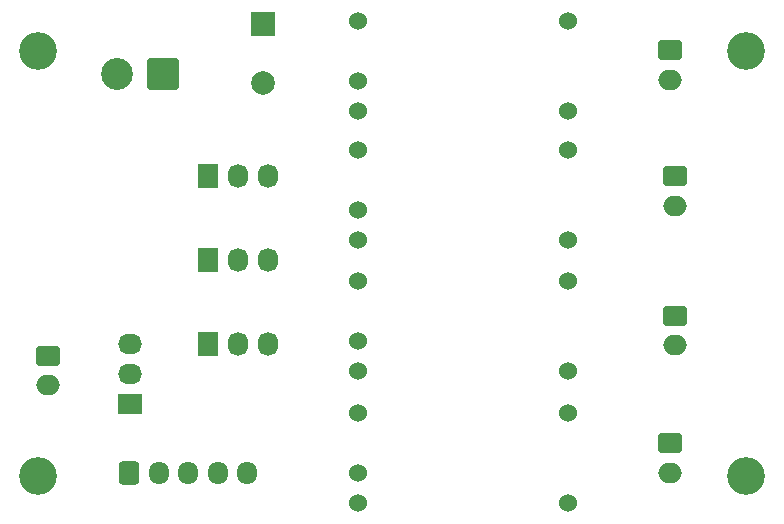
<source format=gbr>
%TF.GenerationSoftware,KiCad,Pcbnew,8.0.4*%
%TF.CreationDate,2024-12-13T14:18:57+03:00*%
%TF.ProjectId,Fara_controller,46617261-5f63-46f6-9e74-726f6c6c6572,rev?*%
%TF.SameCoordinates,Original*%
%TF.FileFunction,Soldermask,Bot*%
%TF.FilePolarity,Negative*%
%FSLAX46Y46*%
G04 Gerber Fmt 4.6, Leading zero omitted, Abs format (unit mm)*
G04 Created by KiCad (PCBNEW 8.0.4) date 2024-12-13 14:18:57*
%MOMM*%
%LPD*%
G01*
G04 APERTURE LIST*
G04 Aperture macros list*
%AMRoundRect*
0 Rectangle with rounded corners*
0 $1 Rounding radius*
0 $2 $3 $4 $5 $6 $7 $8 $9 X,Y pos of 4 corners*
0 Add a 4 corners polygon primitive as box body*
4,1,4,$2,$3,$4,$5,$6,$7,$8,$9,$2,$3,0*
0 Add four circle primitives for the rounded corners*
1,1,$1+$1,$2,$3*
1,1,$1+$1,$4,$5*
1,1,$1+$1,$6,$7*
1,1,$1+$1,$8,$9*
0 Add four rect primitives between the rounded corners*
20,1,$1+$1,$2,$3,$4,$5,0*
20,1,$1+$1,$4,$5,$6,$7,0*
20,1,$1+$1,$6,$7,$8,$9,0*
20,1,$1+$1,$8,$9,$2,$3,0*%
G04 Aperture macros list end*
%ADD10C,1.524000*%
%ADD11R,1.730000X2.030000*%
%ADD12O,1.730000X2.030000*%
%ADD13C,3.200000*%
%ADD14O,1.700000X1.950000*%
%ADD15RoundRect,0.250000X-0.600000X-0.725000X0.600000X-0.725000X0.600000X0.725000X-0.600000X0.725000X0*%
%ADD16RoundRect,0.250000X-0.750000X0.600000X-0.750000X-0.600000X0.750000X-0.600000X0.750000X0.600000X0*%
%ADD17O,2.000000X1.700000*%
%ADD18RoundRect,0.250001X1.099999X1.099999X-1.099999X1.099999X-1.099999X-1.099999X1.099999X-1.099999X0*%
%ADD19C,2.700000*%
%ADD20R,2.000000X2.000000*%
%ADD21C,2.000000*%
%ADD22R,2.030000X1.730000*%
%ADD23O,2.030000X1.730000*%
G04 APERTURE END LIST*
D10*
%TO.C,U5*%
X71110000Y-51640000D03*
X71110000Y-56720000D03*
X71110000Y-59260000D03*
X88890000Y-59260000D03*
X88890000Y-51640000D03*
%TD*%
D11*
%TO.C,X6*%
X58400000Y-45800000D03*
D12*
X60940000Y-45800000D03*
X63480000Y-45800000D03*
%TD*%
D13*
%TO.C,REF\u002A\u002A*%
X104000000Y-57000000D03*
%TD*%
D11*
%TO.C,X4*%
X58450000Y-31650000D03*
D12*
X60990000Y-31650000D03*
X63530000Y-31650000D03*
%TD*%
D10*
%TO.C,U4*%
X71160000Y-40510000D03*
X71160000Y-45590000D03*
X71160000Y-48130000D03*
X88940000Y-48130000D03*
X88940000Y-40510000D03*
%TD*%
%TO.C,U3*%
X71110000Y-29440000D03*
X71110000Y-34520000D03*
X71110000Y-37060000D03*
X88890000Y-37060000D03*
X88890000Y-29440000D03*
%TD*%
D13*
%TO.C,REF\u002A\u002A*%
X44000000Y-57000000D03*
%TD*%
D14*
%TO.C,X7*%
X61750000Y-56725000D03*
X59250000Y-56725000D03*
X56750000Y-56725000D03*
X54250000Y-56725000D03*
D15*
X51750000Y-56725000D03*
%TD*%
D16*
%TO.C,X8*%
X97575000Y-20950000D03*
D17*
X97575000Y-23450000D03*
%TD*%
D18*
%TO.C,X1*%
X54650000Y-23000000D03*
D19*
X50690000Y-23000000D03*
%TD*%
D16*
%TO.C,X9*%
X97965000Y-31635000D03*
D17*
X97965000Y-34135000D03*
%TD*%
D13*
%TO.C,REF\u002A\u002A*%
X104000000Y-21000000D03*
%TD*%
D20*
%TO.C,C1*%
X63050000Y-18782323D03*
D21*
X63050000Y-23782323D03*
%TD*%
D16*
%TO.C,X10*%
X97965000Y-43435000D03*
D17*
X97965000Y-45935000D03*
%TD*%
D10*
%TO.C,U2*%
X71160000Y-18510000D03*
X71160000Y-23590000D03*
X71160000Y-26130000D03*
X88940000Y-26130000D03*
X88940000Y-18510000D03*
%TD*%
D13*
%TO.C,REF\u002A\u002A*%
X44000000Y-21000000D03*
%TD*%
D16*
%TO.C,X11*%
X97525000Y-54250000D03*
D17*
X97525000Y-56750000D03*
%TD*%
D16*
%TO.C,X2*%
X44900000Y-46850000D03*
D17*
X44900000Y-49350000D03*
%TD*%
D11*
%TO.C,X5*%
X58400000Y-38750000D03*
D12*
X60940000Y-38750000D03*
X63480000Y-38750000D03*
%TD*%
D22*
%TO.C,X3*%
X51850000Y-50900000D03*
D23*
X51850000Y-48360000D03*
X51850000Y-45820000D03*
%TD*%
M02*

</source>
